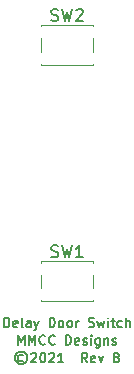
<source format=gbr>
%TF.GenerationSoftware,KiCad,Pcbnew,(5.1.6-0-10_14)*%
%TF.CreationDate,2022-05-10T09:10:30-04:00*%
%TF.ProjectId,Delay_Door_Switch-RevB,44656c61-795f-4446-9f6f-725f53776974,rev?*%
%TF.SameCoordinates,Original*%
%TF.FileFunction,Legend,Top*%
%TF.FilePolarity,Positive*%
%FSLAX46Y46*%
G04 Gerber Fmt 4.6, Leading zero omitted, Abs format (unit mm)*
G04 Created by KiCad (PCBNEW (5.1.6-0-10_14)) date 2022-05-10 09:10:30*
%MOMM*%
%LPD*%
G01*
G04 APERTURE LIST*
%ADD10C,0.150000*%
%ADD11C,0.120000*%
G04 APERTURE END LIST*
D10*
X128666666Y-82861904D02*
X128666666Y-82061904D01*
X128857142Y-82061904D01*
X128971428Y-82100000D01*
X129047619Y-82176190D01*
X129085714Y-82252380D01*
X129123809Y-82404761D01*
X129123809Y-82519047D01*
X129085714Y-82671428D01*
X129047619Y-82747619D01*
X128971428Y-82823809D01*
X128857142Y-82861904D01*
X128666666Y-82861904D01*
X129771428Y-82823809D02*
X129695238Y-82861904D01*
X129542857Y-82861904D01*
X129466666Y-82823809D01*
X129428571Y-82747619D01*
X129428571Y-82442857D01*
X129466666Y-82366666D01*
X129542857Y-82328571D01*
X129695238Y-82328571D01*
X129771428Y-82366666D01*
X129809523Y-82442857D01*
X129809523Y-82519047D01*
X129428571Y-82595238D01*
X130266666Y-82861904D02*
X130190476Y-82823809D01*
X130152380Y-82747619D01*
X130152380Y-82061904D01*
X130914285Y-82861904D02*
X130914285Y-82442857D01*
X130876190Y-82366666D01*
X130800000Y-82328571D01*
X130647619Y-82328571D01*
X130571428Y-82366666D01*
X130914285Y-82823809D02*
X130838095Y-82861904D01*
X130647619Y-82861904D01*
X130571428Y-82823809D01*
X130533333Y-82747619D01*
X130533333Y-82671428D01*
X130571428Y-82595238D01*
X130647619Y-82557142D01*
X130838095Y-82557142D01*
X130914285Y-82519047D01*
X131219047Y-82328571D02*
X131409523Y-82861904D01*
X131600000Y-82328571D02*
X131409523Y-82861904D01*
X131333333Y-83052380D01*
X131295238Y-83090476D01*
X131219047Y-83128571D01*
X132514285Y-82861904D02*
X132514285Y-82061904D01*
X132704761Y-82061904D01*
X132819047Y-82100000D01*
X132895238Y-82176190D01*
X132933333Y-82252380D01*
X132971428Y-82404761D01*
X132971428Y-82519047D01*
X132933333Y-82671428D01*
X132895238Y-82747619D01*
X132819047Y-82823809D01*
X132704761Y-82861904D01*
X132514285Y-82861904D01*
X133428571Y-82861904D02*
X133352380Y-82823809D01*
X133314285Y-82785714D01*
X133276190Y-82709523D01*
X133276190Y-82480952D01*
X133314285Y-82404761D01*
X133352380Y-82366666D01*
X133428571Y-82328571D01*
X133542857Y-82328571D01*
X133619047Y-82366666D01*
X133657142Y-82404761D01*
X133695238Y-82480952D01*
X133695238Y-82709523D01*
X133657142Y-82785714D01*
X133619047Y-82823809D01*
X133542857Y-82861904D01*
X133428571Y-82861904D01*
X134152380Y-82861904D02*
X134076190Y-82823809D01*
X134038095Y-82785714D01*
X134000000Y-82709523D01*
X134000000Y-82480952D01*
X134038095Y-82404761D01*
X134076190Y-82366666D01*
X134152380Y-82328571D01*
X134266666Y-82328571D01*
X134342857Y-82366666D01*
X134380952Y-82404761D01*
X134419047Y-82480952D01*
X134419047Y-82709523D01*
X134380952Y-82785714D01*
X134342857Y-82823809D01*
X134266666Y-82861904D01*
X134152380Y-82861904D01*
X134761904Y-82861904D02*
X134761904Y-82328571D01*
X134761904Y-82480952D02*
X134800000Y-82404761D01*
X134838095Y-82366666D01*
X134914285Y-82328571D01*
X134990476Y-82328571D01*
X135828571Y-82823809D02*
X135942857Y-82861904D01*
X136133333Y-82861904D01*
X136209523Y-82823809D01*
X136247619Y-82785714D01*
X136285714Y-82709523D01*
X136285714Y-82633333D01*
X136247619Y-82557142D01*
X136209523Y-82519047D01*
X136133333Y-82480952D01*
X135980952Y-82442857D01*
X135904761Y-82404761D01*
X135866666Y-82366666D01*
X135828571Y-82290476D01*
X135828571Y-82214285D01*
X135866666Y-82138095D01*
X135904761Y-82100000D01*
X135980952Y-82061904D01*
X136171428Y-82061904D01*
X136285714Y-82100000D01*
X136552380Y-82328571D02*
X136704761Y-82861904D01*
X136857142Y-82480952D01*
X137009523Y-82861904D01*
X137161904Y-82328571D01*
X137466666Y-82861904D02*
X137466666Y-82328571D01*
X137466666Y-82061904D02*
X137428571Y-82100000D01*
X137466666Y-82138095D01*
X137504761Y-82100000D01*
X137466666Y-82061904D01*
X137466666Y-82138095D01*
X137733333Y-82328571D02*
X138038095Y-82328571D01*
X137847619Y-82061904D02*
X137847619Y-82747619D01*
X137885714Y-82823809D01*
X137961904Y-82861904D01*
X138038095Y-82861904D01*
X138647619Y-82823809D02*
X138571428Y-82861904D01*
X138419047Y-82861904D01*
X138342857Y-82823809D01*
X138304761Y-82785714D01*
X138266666Y-82709523D01*
X138266666Y-82480952D01*
X138304761Y-82404761D01*
X138342857Y-82366666D01*
X138419047Y-82328571D01*
X138571428Y-82328571D01*
X138647619Y-82366666D01*
X138990476Y-82861904D02*
X138990476Y-82061904D01*
X139333333Y-82861904D02*
X139333333Y-82442857D01*
X139295238Y-82366666D01*
X139219047Y-82328571D01*
X139104761Y-82328571D01*
X139028571Y-82366666D01*
X138990476Y-82404761D01*
X130266666Y-85252380D02*
X130190476Y-85214285D01*
X130038095Y-85214285D01*
X129961904Y-85252380D01*
X129885714Y-85328571D01*
X129847619Y-85404761D01*
X129847619Y-85557142D01*
X129885714Y-85633333D01*
X129961904Y-85709523D01*
X130038095Y-85747619D01*
X130190476Y-85747619D01*
X130266666Y-85709523D01*
X130114285Y-84947619D02*
X129923809Y-84985714D01*
X129733333Y-85100000D01*
X129619047Y-85290476D01*
X129580952Y-85480952D01*
X129619047Y-85671428D01*
X129733333Y-85861904D01*
X129923809Y-85976190D01*
X130114285Y-86014285D01*
X130304761Y-85976190D01*
X130495238Y-85861904D01*
X130609523Y-85671428D01*
X130647619Y-85480952D01*
X130609523Y-85290476D01*
X130495238Y-85100000D01*
X130304761Y-84985714D01*
X130114285Y-84947619D01*
X130952380Y-85138095D02*
X130990476Y-85100000D01*
X131066666Y-85061904D01*
X131257142Y-85061904D01*
X131333333Y-85100000D01*
X131371428Y-85138095D01*
X131409523Y-85214285D01*
X131409523Y-85290476D01*
X131371428Y-85404761D01*
X130914285Y-85861904D01*
X131409523Y-85861904D01*
X131904761Y-85061904D02*
X131980952Y-85061904D01*
X132057142Y-85100000D01*
X132095238Y-85138095D01*
X132133333Y-85214285D01*
X132171428Y-85366666D01*
X132171428Y-85557142D01*
X132133333Y-85709523D01*
X132095238Y-85785714D01*
X132057142Y-85823809D01*
X131980952Y-85861904D01*
X131904761Y-85861904D01*
X131828571Y-85823809D01*
X131790476Y-85785714D01*
X131752380Y-85709523D01*
X131714285Y-85557142D01*
X131714285Y-85366666D01*
X131752380Y-85214285D01*
X131790476Y-85138095D01*
X131828571Y-85100000D01*
X131904761Y-85061904D01*
X132476190Y-85138095D02*
X132514285Y-85100000D01*
X132590476Y-85061904D01*
X132780952Y-85061904D01*
X132857142Y-85100000D01*
X132895238Y-85138095D01*
X132933333Y-85214285D01*
X132933333Y-85290476D01*
X132895238Y-85404761D01*
X132438095Y-85861904D01*
X132933333Y-85861904D01*
X133695238Y-85861904D02*
X133238095Y-85861904D01*
X133466666Y-85861904D02*
X133466666Y-85061904D01*
X133390476Y-85176190D01*
X133314285Y-85252380D01*
X133238095Y-85290476D01*
X135714285Y-85861904D02*
X135447619Y-85480952D01*
X135257142Y-85861904D02*
X135257142Y-85061904D01*
X135561904Y-85061904D01*
X135638095Y-85100000D01*
X135676190Y-85138095D01*
X135714285Y-85214285D01*
X135714285Y-85328571D01*
X135676190Y-85404761D01*
X135638095Y-85442857D01*
X135561904Y-85480952D01*
X135257142Y-85480952D01*
X136361904Y-85823809D02*
X136285714Y-85861904D01*
X136133333Y-85861904D01*
X136057142Y-85823809D01*
X136019047Y-85747619D01*
X136019047Y-85442857D01*
X136057142Y-85366666D01*
X136133333Y-85328571D01*
X136285714Y-85328571D01*
X136361904Y-85366666D01*
X136400000Y-85442857D01*
X136400000Y-85519047D01*
X136019047Y-85595238D01*
X136666666Y-85328571D02*
X136857142Y-85861904D01*
X137047619Y-85328571D01*
X138228571Y-85442857D02*
X138342857Y-85480952D01*
X138380952Y-85519047D01*
X138419047Y-85595238D01*
X138419047Y-85709523D01*
X138380952Y-85785714D01*
X138342857Y-85823809D01*
X138266666Y-85861904D01*
X137961904Y-85861904D01*
X137961904Y-85061904D01*
X138228571Y-85061904D01*
X138304761Y-85100000D01*
X138342857Y-85138095D01*
X138380952Y-85214285D01*
X138380952Y-85290476D01*
X138342857Y-85366666D01*
X138304761Y-85404761D01*
X138228571Y-85442857D01*
X137961904Y-85442857D01*
X129866666Y-84361904D02*
X129866666Y-83561904D01*
X130133333Y-84133333D01*
X130400000Y-83561904D01*
X130400000Y-84361904D01*
X130780952Y-84361904D02*
X130780952Y-83561904D01*
X131047619Y-84133333D01*
X131314285Y-83561904D01*
X131314285Y-84361904D01*
X132152380Y-84285714D02*
X132114285Y-84323809D01*
X132000000Y-84361904D01*
X131923809Y-84361904D01*
X131809523Y-84323809D01*
X131733333Y-84247619D01*
X131695238Y-84171428D01*
X131657142Y-84019047D01*
X131657142Y-83904761D01*
X131695238Y-83752380D01*
X131733333Y-83676190D01*
X131809523Y-83600000D01*
X131923809Y-83561904D01*
X132000000Y-83561904D01*
X132114285Y-83600000D01*
X132152380Y-83638095D01*
X132952380Y-84285714D02*
X132914285Y-84323809D01*
X132800000Y-84361904D01*
X132723809Y-84361904D01*
X132609523Y-84323809D01*
X132533333Y-84247619D01*
X132495238Y-84171428D01*
X132457142Y-84019047D01*
X132457142Y-83904761D01*
X132495238Y-83752380D01*
X132533333Y-83676190D01*
X132609523Y-83600000D01*
X132723809Y-83561904D01*
X132800000Y-83561904D01*
X132914285Y-83600000D01*
X132952380Y-83638095D01*
X133904761Y-84361904D02*
X133904761Y-83561904D01*
X134095238Y-83561904D01*
X134209523Y-83600000D01*
X134285714Y-83676190D01*
X134323809Y-83752380D01*
X134361904Y-83904761D01*
X134361904Y-84019047D01*
X134323809Y-84171428D01*
X134285714Y-84247619D01*
X134209523Y-84323809D01*
X134095238Y-84361904D01*
X133904761Y-84361904D01*
X135009523Y-84323809D02*
X134933333Y-84361904D01*
X134780952Y-84361904D01*
X134704761Y-84323809D01*
X134666666Y-84247619D01*
X134666666Y-83942857D01*
X134704761Y-83866666D01*
X134780952Y-83828571D01*
X134933333Y-83828571D01*
X135009523Y-83866666D01*
X135047619Y-83942857D01*
X135047619Y-84019047D01*
X134666666Y-84095238D01*
X135352380Y-84323809D02*
X135428571Y-84361904D01*
X135580952Y-84361904D01*
X135657142Y-84323809D01*
X135695238Y-84247619D01*
X135695238Y-84209523D01*
X135657142Y-84133333D01*
X135580952Y-84095238D01*
X135466666Y-84095238D01*
X135390476Y-84057142D01*
X135352380Y-83980952D01*
X135352380Y-83942857D01*
X135390476Y-83866666D01*
X135466666Y-83828571D01*
X135580952Y-83828571D01*
X135657142Y-83866666D01*
X136038095Y-84361904D02*
X136038095Y-83828571D01*
X136038095Y-83561904D02*
X136000000Y-83600000D01*
X136038095Y-83638095D01*
X136076190Y-83600000D01*
X136038095Y-83561904D01*
X136038095Y-83638095D01*
X136761904Y-83828571D02*
X136761904Y-84476190D01*
X136723809Y-84552380D01*
X136685714Y-84590476D01*
X136609523Y-84628571D01*
X136495238Y-84628571D01*
X136419047Y-84590476D01*
X136761904Y-84323809D02*
X136685714Y-84361904D01*
X136533333Y-84361904D01*
X136457142Y-84323809D01*
X136419047Y-84285714D01*
X136380952Y-84209523D01*
X136380952Y-83980952D01*
X136419047Y-83904761D01*
X136457142Y-83866666D01*
X136533333Y-83828571D01*
X136685714Y-83828571D01*
X136761904Y-83866666D01*
X137142857Y-83828571D02*
X137142857Y-84361904D01*
X137142857Y-83904761D02*
X137180952Y-83866666D01*
X137257142Y-83828571D01*
X137371428Y-83828571D01*
X137447619Y-83866666D01*
X137485714Y-83942857D01*
X137485714Y-84361904D01*
X137828571Y-84323809D02*
X137904761Y-84361904D01*
X138057142Y-84361904D01*
X138133333Y-84323809D01*
X138171428Y-84247619D01*
X138171428Y-84209523D01*
X138133333Y-84133333D01*
X138057142Y-84095238D01*
X137942857Y-84095238D01*
X137866666Y-84057142D01*
X137828571Y-83980952D01*
X137828571Y-83942857D01*
X137866666Y-83866666D01*
X137942857Y-83828571D01*
X138057142Y-83828571D01*
X138133333Y-83866666D01*
D11*
%TO.C,SW2*%
X131800000Y-60580000D02*
X131800000Y-60700000D01*
X131800000Y-58430000D02*
X131800000Y-59570000D01*
X131800000Y-57300000D02*
X131800000Y-57420000D01*
X136200000Y-57300000D02*
X131800000Y-57300000D01*
X136200000Y-57420000D02*
X136200000Y-57300000D01*
X136200000Y-59570000D02*
X136200000Y-58430000D01*
X136200000Y-60700000D02*
X136200000Y-60580000D01*
X131800000Y-60700000D02*
X136200000Y-60700000D01*
%TO.C,SW1*%
X136200000Y-77420000D02*
X136200000Y-77300000D01*
X136200000Y-79570000D02*
X136200000Y-78430000D01*
X136200000Y-80700000D02*
X136200000Y-80580000D01*
X131800000Y-80700000D02*
X136200000Y-80700000D01*
X131800000Y-80580000D02*
X131800000Y-80700000D01*
X131800000Y-78430000D02*
X131800000Y-79570000D01*
X131800000Y-77300000D02*
X131800000Y-77420000D01*
X136200000Y-77300000D02*
X131800000Y-77300000D01*
%TO.C,SW2*%
D10*
X132666666Y-56904761D02*
X132809523Y-56952380D01*
X133047619Y-56952380D01*
X133142857Y-56904761D01*
X133190476Y-56857142D01*
X133238095Y-56761904D01*
X133238095Y-56666666D01*
X133190476Y-56571428D01*
X133142857Y-56523809D01*
X133047619Y-56476190D01*
X132857142Y-56428571D01*
X132761904Y-56380952D01*
X132714285Y-56333333D01*
X132666666Y-56238095D01*
X132666666Y-56142857D01*
X132714285Y-56047619D01*
X132761904Y-56000000D01*
X132857142Y-55952380D01*
X133095238Y-55952380D01*
X133238095Y-56000000D01*
X133571428Y-55952380D02*
X133809523Y-56952380D01*
X134000000Y-56238095D01*
X134190476Y-56952380D01*
X134428571Y-55952380D01*
X134761904Y-56047619D02*
X134809523Y-56000000D01*
X134904761Y-55952380D01*
X135142857Y-55952380D01*
X135238095Y-56000000D01*
X135285714Y-56047619D01*
X135333333Y-56142857D01*
X135333333Y-56238095D01*
X135285714Y-56380952D01*
X134714285Y-56952380D01*
X135333333Y-56952380D01*
%TO.C,SW1*%
X132666666Y-76904761D02*
X132809523Y-76952380D01*
X133047619Y-76952380D01*
X133142857Y-76904761D01*
X133190476Y-76857142D01*
X133238095Y-76761904D01*
X133238095Y-76666666D01*
X133190476Y-76571428D01*
X133142857Y-76523809D01*
X133047619Y-76476190D01*
X132857142Y-76428571D01*
X132761904Y-76380952D01*
X132714285Y-76333333D01*
X132666666Y-76238095D01*
X132666666Y-76142857D01*
X132714285Y-76047619D01*
X132761904Y-76000000D01*
X132857142Y-75952380D01*
X133095238Y-75952380D01*
X133238095Y-76000000D01*
X133571428Y-75952380D02*
X133809523Y-76952380D01*
X134000000Y-76238095D01*
X134190476Y-76952380D01*
X134428571Y-75952380D01*
X135333333Y-76952380D02*
X134761904Y-76952380D01*
X135047619Y-76952380D02*
X135047619Y-75952380D01*
X134952380Y-76095238D01*
X134857142Y-76190476D01*
X134761904Y-76238095D01*
%TD*%
M02*

</source>
